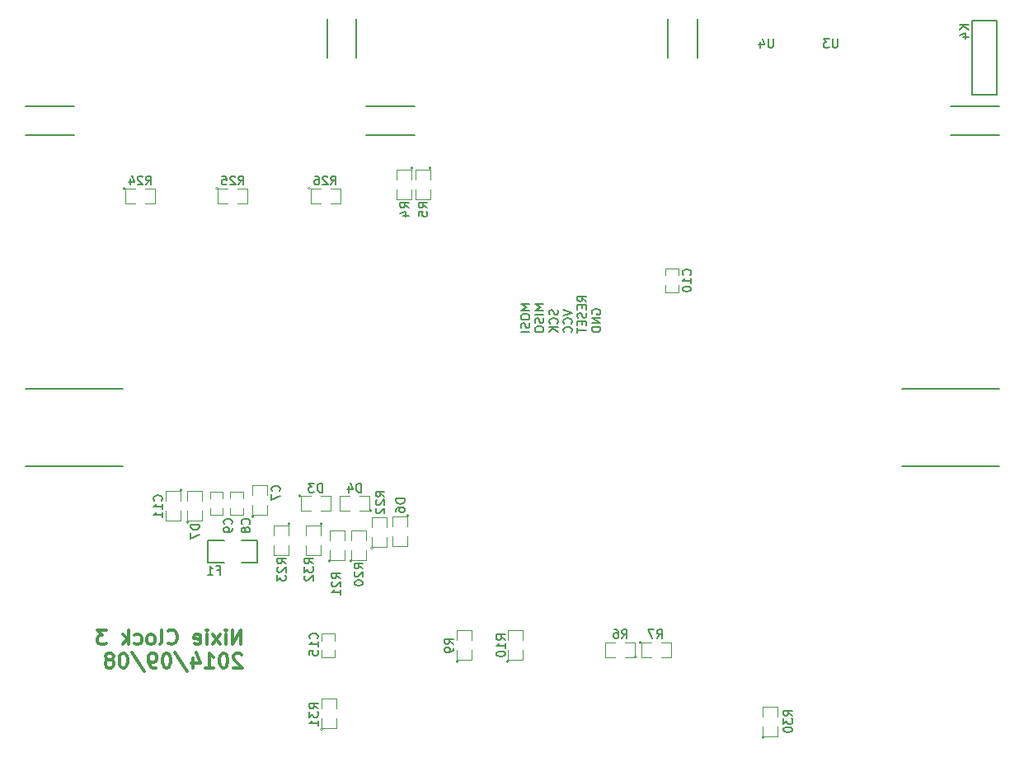
<source format=gbo>
G04 (created by PCBNEW (2013-07-07 BZR 4022)-stable) date 2014/09/09 2:27:30*
%MOIN*%
G04 Gerber Fmt 3.4, Leading zero omitted, Abs format*
%FSLAX34Y34*%
G01*
G70*
G90*
G04 APERTURE LIST*
%ADD10C,0.00590551*%
%ADD11C,0.011811*%
%ADD12C,0.00787402*%
%ADD13C,0.005*%
%ADD14C,0.0039*%
%ADD15C,0.0047*%
G04 APERTURE END LIST*
G54D10*
G54D11*
X8717Y10115D02*
X8717Y10705D01*
X8380Y10115D01*
X8380Y10705D01*
X8098Y10115D02*
X8098Y10508D01*
X8098Y10705D02*
X8127Y10677D01*
X8098Y10649D01*
X8070Y10677D01*
X8098Y10705D01*
X8098Y10649D01*
X7874Y10115D02*
X7564Y10508D01*
X7874Y10508D02*
X7564Y10115D01*
X7339Y10115D02*
X7339Y10508D01*
X7339Y10705D02*
X7367Y10677D01*
X7339Y10649D01*
X7311Y10677D01*
X7339Y10705D01*
X7339Y10649D01*
X6833Y10143D02*
X6889Y10115D01*
X7002Y10115D01*
X7058Y10143D01*
X7086Y10199D01*
X7086Y10424D01*
X7058Y10480D01*
X7002Y10508D01*
X6889Y10508D01*
X6833Y10480D01*
X6805Y10424D01*
X6805Y10368D01*
X7086Y10312D01*
X5764Y10171D02*
X5793Y10143D01*
X5877Y10115D01*
X5933Y10115D01*
X6017Y10143D01*
X6074Y10199D01*
X6102Y10255D01*
X6130Y10368D01*
X6130Y10452D01*
X6102Y10565D01*
X6074Y10621D01*
X6017Y10677D01*
X5933Y10705D01*
X5877Y10705D01*
X5793Y10677D01*
X5764Y10649D01*
X5427Y10115D02*
X5483Y10143D01*
X5511Y10199D01*
X5511Y10705D01*
X5118Y10115D02*
X5174Y10143D01*
X5202Y10171D01*
X5230Y10227D01*
X5230Y10396D01*
X5202Y10452D01*
X5174Y10480D01*
X5118Y10508D01*
X5033Y10508D01*
X4977Y10480D01*
X4949Y10452D01*
X4921Y10396D01*
X4921Y10227D01*
X4949Y10171D01*
X4977Y10143D01*
X5033Y10115D01*
X5118Y10115D01*
X4415Y10143D02*
X4471Y10115D01*
X4583Y10115D01*
X4640Y10143D01*
X4668Y10171D01*
X4696Y10227D01*
X4696Y10396D01*
X4668Y10452D01*
X4640Y10480D01*
X4583Y10508D01*
X4471Y10508D01*
X4415Y10480D01*
X4161Y10115D02*
X4161Y10705D01*
X4105Y10340D02*
X3937Y10115D01*
X3937Y10508D02*
X4161Y10284D01*
X3290Y10705D02*
X2924Y10705D01*
X3121Y10480D01*
X3037Y10480D01*
X2980Y10452D01*
X2952Y10424D01*
X2924Y10368D01*
X2924Y10227D01*
X2952Y10171D01*
X2980Y10143D01*
X3037Y10115D01*
X3205Y10115D01*
X3262Y10143D01*
X3290Y10171D01*
X8745Y9704D02*
X8717Y9732D01*
X8661Y9760D01*
X8520Y9760D01*
X8464Y9732D01*
X8436Y9704D01*
X8408Y9648D01*
X8408Y9592D01*
X8436Y9507D01*
X8773Y9170D01*
X8408Y9170D01*
X8042Y9760D02*
X7986Y9760D01*
X7930Y9732D01*
X7902Y9704D01*
X7874Y9648D01*
X7845Y9535D01*
X7845Y9395D01*
X7874Y9282D01*
X7902Y9226D01*
X7930Y9198D01*
X7986Y9170D01*
X8042Y9170D01*
X8098Y9198D01*
X8127Y9226D01*
X8155Y9282D01*
X8183Y9395D01*
X8183Y9535D01*
X8155Y9648D01*
X8127Y9704D01*
X8098Y9732D01*
X8042Y9760D01*
X7283Y9170D02*
X7620Y9170D01*
X7452Y9170D02*
X7452Y9760D01*
X7508Y9676D01*
X7564Y9620D01*
X7620Y9592D01*
X6777Y9564D02*
X6777Y9170D01*
X6917Y9789D02*
X7058Y9367D01*
X6692Y9367D01*
X6046Y9789D02*
X6552Y9029D01*
X5736Y9760D02*
X5680Y9760D01*
X5624Y9732D01*
X5596Y9704D01*
X5568Y9648D01*
X5539Y9535D01*
X5539Y9395D01*
X5568Y9282D01*
X5596Y9226D01*
X5624Y9198D01*
X5680Y9170D01*
X5736Y9170D01*
X5793Y9198D01*
X5821Y9226D01*
X5849Y9282D01*
X5877Y9395D01*
X5877Y9535D01*
X5849Y9648D01*
X5821Y9704D01*
X5793Y9732D01*
X5736Y9760D01*
X5258Y9170D02*
X5146Y9170D01*
X5089Y9198D01*
X5061Y9226D01*
X5005Y9311D01*
X4977Y9423D01*
X4977Y9648D01*
X5005Y9704D01*
X5033Y9732D01*
X5089Y9760D01*
X5202Y9760D01*
X5258Y9732D01*
X5286Y9704D01*
X5314Y9648D01*
X5314Y9507D01*
X5286Y9451D01*
X5258Y9423D01*
X5202Y9395D01*
X5089Y9395D01*
X5033Y9423D01*
X5005Y9451D01*
X4977Y9507D01*
X4302Y9789D02*
X4808Y9029D01*
X3993Y9760D02*
X3937Y9760D01*
X3880Y9732D01*
X3852Y9704D01*
X3824Y9648D01*
X3796Y9535D01*
X3796Y9395D01*
X3824Y9282D01*
X3852Y9226D01*
X3880Y9198D01*
X3937Y9170D01*
X3993Y9170D01*
X4049Y9198D01*
X4077Y9226D01*
X4105Y9282D01*
X4133Y9395D01*
X4133Y9535D01*
X4105Y9648D01*
X4077Y9704D01*
X4049Y9732D01*
X3993Y9760D01*
X3458Y9507D02*
X3515Y9535D01*
X3543Y9564D01*
X3571Y9620D01*
X3571Y9648D01*
X3543Y9704D01*
X3515Y9732D01*
X3458Y9760D01*
X3346Y9760D01*
X3290Y9732D01*
X3262Y9704D01*
X3233Y9648D01*
X3233Y9620D01*
X3262Y9564D01*
X3290Y9535D01*
X3346Y9507D01*
X3458Y9507D01*
X3515Y9479D01*
X3543Y9451D01*
X3571Y9395D01*
X3571Y9282D01*
X3543Y9226D01*
X3515Y9198D01*
X3458Y9170D01*
X3346Y9170D01*
X3290Y9198D01*
X3262Y9226D01*
X3233Y9282D01*
X3233Y9395D01*
X3262Y9451D01*
X3290Y9479D01*
X3346Y9507D01*
G54D12*
X1968Y30708D02*
X0Y30708D01*
X13385Y35433D02*
X13385Y33858D01*
X15748Y30708D02*
X13779Y30708D01*
X13779Y31889D02*
X15748Y31889D01*
X25984Y35433D02*
X25984Y33858D01*
X0Y31889D02*
X1968Y31889D01*
X12204Y35433D02*
X12204Y33858D01*
X12204Y35433D02*
X12204Y33858D01*
X27165Y35433D02*
X27165Y33858D01*
X39370Y31889D02*
X37401Y31889D01*
X37401Y30708D02*
X39370Y30708D01*
X0Y31889D02*
X1968Y31889D01*
X3937Y20472D02*
X0Y20472D01*
X0Y17322D02*
X3937Y17322D01*
X39370Y17322D02*
X35433Y17322D01*
X35433Y20472D02*
X39370Y20472D01*
X20379Y23875D02*
X20025Y23875D01*
X20278Y23757D01*
X20025Y23638D01*
X20379Y23638D01*
X20025Y23402D02*
X20025Y23335D01*
X20042Y23301D01*
X20075Y23267D01*
X20143Y23250D01*
X20261Y23250D01*
X20329Y23267D01*
X20362Y23301D01*
X20379Y23335D01*
X20379Y23402D01*
X20362Y23436D01*
X20329Y23470D01*
X20261Y23487D01*
X20143Y23487D01*
X20075Y23470D01*
X20042Y23436D01*
X20025Y23402D01*
X20362Y23115D02*
X20379Y23065D01*
X20379Y22980D01*
X20362Y22947D01*
X20345Y22930D01*
X20312Y22913D01*
X20278Y22913D01*
X20244Y22930D01*
X20227Y22947D01*
X20210Y22980D01*
X20194Y23048D01*
X20177Y23082D01*
X20160Y23098D01*
X20126Y23115D01*
X20092Y23115D01*
X20059Y23098D01*
X20042Y23082D01*
X20025Y23048D01*
X20025Y22964D01*
X20042Y22913D01*
X20379Y22761D02*
X20025Y22761D01*
X20954Y23875D02*
X20600Y23875D01*
X20853Y23757D01*
X20600Y23638D01*
X20954Y23638D01*
X20954Y23470D02*
X20600Y23470D01*
X20937Y23318D02*
X20954Y23267D01*
X20954Y23183D01*
X20937Y23149D01*
X20920Y23132D01*
X20886Y23115D01*
X20853Y23115D01*
X20819Y23132D01*
X20802Y23149D01*
X20785Y23183D01*
X20768Y23250D01*
X20751Y23284D01*
X20735Y23301D01*
X20701Y23318D01*
X20667Y23318D01*
X20633Y23301D01*
X20616Y23284D01*
X20600Y23250D01*
X20600Y23166D01*
X20616Y23115D01*
X20600Y22896D02*
X20600Y22829D01*
X20616Y22795D01*
X20650Y22761D01*
X20718Y22744D01*
X20836Y22744D01*
X20903Y22761D01*
X20937Y22795D01*
X20954Y22829D01*
X20954Y22896D01*
X20937Y22930D01*
X20903Y22964D01*
X20836Y22980D01*
X20718Y22980D01*
X20650Y22964D01*
X20616Y22930D01*
X20600Y22896D01*
X21512Y23655D02*
X21529Y23605D01*
X21529Y23520D01*
X21512Y23487D01*
X21495Y23470D01*
X21461Y23453D01*
X21428Y23453D01*
X21394Y23470D01*
X21377Y23487D01*
X21360Y23520D01*
X21343Y23588D01*
X21326Y23622D01*
X21309Y23638D01*
X21276Y23655D01*
X21242Y23655D01*
X21208Y23638D01*
X21191Y23622D01*
X21174Y23588D01*
X21174Y23503D01*
X21191Y23453D01*
X21495Y23098D02*
X21512Y23115D01*
X21529Y23166D01*
X21529Y23200D01*
X21512Y23250D01*
X21478Y23284D01*
X21444Y23301D01*
X21377Y23318D01*
X21326Y23318D01*
X21259Y23301D01*
X21225Y23284D01*
X21191Y23250D01*
X21174Y23200D01*
X21174Y23166D01*
X21191Y23115D01*
X21208Y23098D01*
X21529Y22947D02*
X21174Y22947D01*
X21529Y22744D02*
X21326Y22896D01*
X21174Y22744D02*
X21377Y22947D01*
X21749Y23655D02*
X22104Y23537D01*
X21749Y23419D01*
X22070Y23098D02*
X22087Y23115D01*
X22104Y23166D01*
X22104Y23200D01*
X22087Y23250D01*
X22053Y23284D01*
X22019Y23301D01*
X21952Y23318D01*
X21901Y23318D01*
X21834Y23301D01*
X21800Y23284D01*
X21766Y23250D01*
X21749Y23200D01*
X21749Y23166D01*
X21766Y23115D01*
X21783Y23098D01*
X22070Y22744D02*
X22087Y22761D01*
X22104Y22812D01*
X22104Y22845D01*
X22087Y22896D01*
X22053Y22930D01*
X22019Y22947D01*
X21952Y22964D01*
X21901Y22964D01*
X21834Y22947D01*
X21800Y22930D01*
X21766Y22896D01*
X21749Y22845D01*
X21749Y22812D01*
X21766Y22761D01*
X21783Y22744D01*
X22678Y23993D02*
X22510Y24111D01*
X22678Y24195D02*
X22324Y24195D01*
X22324Y24060D01*
X22341Y24026D01*
X22358Y24010D01*
X22392Y23993D01*
X22442Y23993D01*
X22476Y24010D01*
X22493Y24026D01*
X22510Y24060D01*
X22510Y24195D01*
X22493Y23841D02*
X22493Y23723D01*
X22678Y23672D02*
X22678Y23841D01*
X22324Y23841D01*
X22324Y23672D01*
X22661Y23537D02*
X22678Y23487D01*
X22678Y23402D01*
X22661Y23368D01*
X22645Y23352D01*
X22611Y23335D01*
X22577Y23335D01*
X22543Y23352D01*
X22526Y23368D01*
X22510Y23402D01*
X22493Y23470D01*
X22476Y23503D01*
X22459Y23520D01*
X22425Y23537D01*
X22392Y23537D01*
X22358Y23520D01*
X22341Y23503D01*
X22324Y23470D01*
X22324Y23385D01*
X22341Y23335D01*
X22493Y23183D02*
X22493Y23065D01*
X22678Y23014D02*
X22678Y23183D01*
X22324Y23183D01*
X22324Y23014D01*
X22324Y22913D02*
X22324Y22710D01*
X22678Y22812D02*
X22324Y22812D01*
X22916Y23487D02*
X22899Y23520D01*
X22899Y23571D01*
X22916Y23622D01*
X22949Y23655D01*
X22983Y23672D01*
X23051Y23689D01*
X23101Y23689D01*
X23169Y23672D01*
X23203Y23655D01*
X23236Y23622D01*
X23253Y23571D01*
X23253Y23537D01*
X23236Y23487D01*
X23219Y23470D01*
X23101Y23470D01*
X23101Y23537D01*
X23253Y23318D02*
X22899Y23318D01*
X23253Y23115D01*
X22899Y23115D01*
X23253Y22947D02*
X22899Y22947D01*
X22899Y22862D01*
X22916Y22812D01*
X22949Y22778D01*
X22983Y22761D01*
X23051Y22744D01*
X23101Y22744D01*
X23169Y22761D01*
X23203Y22778D01*
X23236Y22812D01*
X23253Y22862D01*
X23253Y22947D01*
G54D13*
X7385Y13408D02*
X7385Y14308D01*
X7385Y14308D02*
X8035Y14308D01*
X8735Y13408D02*
X9385Y13408D01*
X9385Y13408D02*
X9385Y14308D01*
X9385Y14308D02*
X8735Y14308D01*
X8035Y13408D02*
X7385Y13408D01*
G54D14*
X29868Y6357D02*
G75*
G03X29868Y6357I-50J0D01*
G74*
G01*
X29818Y6807D02*
X29818Y6407D01*
X29818Y6407D02*
X30418Y6407D01*
X30418Y6407D02*
X30418Y6807D01*
X30418Y7207D02*
X30418Y7607D01*
X30418Y7607D02*
X29818Y7607D01*
X29818Y7607D02*
X29818Y7207D01*
X14061Y14015D02*
G75*
G03X14061Y14015I-50J0D01*
G74*
G01*
X14011Y14465D02*
X14011Y14065D01*
X14011Y14065D02*
X14611Y14065D01*
X14611Y14065D02*
X14611Y14465D01*
X14611Y14865D02*
X14611Y15265D01*
X14611Y15265D02*
X14011Y15265D01*
X14011Y15265D02*
X14011Y14865D01*
X9238Y15294D02*
G75*
G03X9238Y15294I-50J0D01*
G74*
G01*
X9188Y15744D02*
X9188Y15344D01*
X9188Y15344D02*
X9788Y15344D01*
X9788Y15344D02*
X9788Y15744D01*
X9788Y16144D02*
X9788Y16544D01*
X9788Y16544D02*
X9188Y16544D01*
X9188Y16544D02*
X9188Y16144D01*
X6334Y16358D02*
G75*
G03X6334Y16358I-50J0D01*
G74*
G01*
X6284Y15908D02*
X6284Y16308D01*
X6284Y16308D02*
X5684Y16308D01*
X5684Y16308D02*
X5684Y15908D01*
X5684Y15508D02*
X5684Y15108D01*
X5684Y15108D02*
X6284Y15108D01*
X6284Y15108D02*
X6284Y15508D01*
X13214Y13483D02*
G75*
G03X13214Y13483I-50J0D01*
G74*
G01*
X13164Y13933D02*
X13164Y13533D01*
X13164Y13533D02*
X13764Y13533D01*
X13764Y13533D02*
X13764Y13933D01*
X13764Y14333D02*
X13764Y14733D01*
X13764Y14733D02*
X13164Y14733D01*
X13164Y14733D02*
X13164Y14333D01*
X12348Y13483D02*
G75*
G03X12348Y13483I-50J0D01*
G74*
G01*
X12298Y13933D02*
X12298Y13533D01*
X12298Y13533D02*
X12898Y13533D01*
X12898Y13533D02*
X12898Y13933D01*
X12898Y14333D02*
X12898Y14733D01*
X12898Y14733D02*
X12298Y14733D01*
X12298Y14733D02*
X12298Y14333D01*
X10704Y14980D02*
G75*
G03X10704Y14980I-50J0D01*
G74*
G01*
X10654Y14530D02*
X10654Y14930D01*
X10654Y14930D02*
X10054Y14930D01*
X10054Y14930D02*
X10054Y14530D01*
X10054Y14130D02*
X10054Y13730D01*
X10054Y13730D02*
X10654Y13730D01*
X10654Y13730D02*
X10654Y14130D01*
X14007Y15526D02*
G75*
G03X14007Y15526I-50J0D01*
G74*
G01*
X13507Y15526D02*
X13907Y15526D01*
X13907Y15526D02*
X13907Y16126D01*
X13907Y16126D02*
X13507Y16126D01*
X13107Y16126D02*
X12707Y16126D01*
X12707Y16126D02*
X12707Y15526D01*
X12707Y15526D02*
X13107Y15526D01*
X12033Y6672D02*
G75*
G03X12033Y6672I-50J0D01*
G74*
G01*
X11983Y7122D02*
X11983Y6722D01*
X11983Y6722D02*
X12583Y6722D01*
X12583Y6722D02*
X12583Y7122D01*
X12583Y7522D02*
X12583Y7922D01*
X12583Y7922D02*
X11983Y7922D01*
X11983Y7922D02*
X11983Y7522D01*
X15674Y29390D02*
G75*
G03X15674Y29390I-50J0D01*
G74*
G01*
X15624Y28940D02*
X15624Y29340D01*
X15624Y29340D02*
X15024Y29340D01*
X15024Y29340D02*
X15024Y28940D01*
X15024Y28540D02*
X15024Y28140D01*
X15024Y28140D02*
X15624Y28140D01*
X15624Y28140D02*
X15624Y28540D01*
X16422Y29390D02*
G75*
G03X16422Y29390I-50J0D01*
G74*
G01*
X16372Y28940D02*
X16372Y29340D01*
X16372Y29340D02*
X15772Y29340D01*
X15772Y29340D02*
X15772Y28940D01*
X15772Y28540D02*
X15772Y28140D01*
X15772Y28140D02*
X16372Y28140D01*
X16372Y28140D02*
X16372Y28540D01*
X24901Y10201D02*
G75*
G03X24901Y10201I-50J0D01*
G74*
G01*
X25301Y10201D02*
X24901Y10201D01*
X24901Y10201D02*
X24901Y9601D01*
X24901Y9601D02*
X25301Y9601D01*
X25701Y9601D02*
X26101Y9601D01*
X26101Y9601D02*
X26101Y10201D01*
X26101Y10201D02*
X25701Y10201D01*
X4045Y28567D02*
G75*
G03X4045Y28567I-50J0D01*
G74*
G01*
X4445Y28567D02*
X4045Y28567D01*
X4045Y28567D02*
X4045Y27967D01*
X4045Y27967D02*
X4445Y27967D01*
X4845Y27967D02*
X5245Y27967D01*
X5245Y27967D02*
X5245Y28567D01*
X5245Y28567D02*
X4845Y28567D01*
X17504Y9427D02*
G75*
G03X17504Y9427I-50J0D01*
G74*
G01*
X17454Y9877D02*
X17454Y9477D01*
X17454Y9477D02*
X18054Y9477D01*
X18054Y9477D02*
X18054Y9877D01*
X18054Y10277D02*
X18054Y10677D01*
X18054Y10677D02*
X17454Y10677D01*
X17454Y10677D02*
X17454Y10277D01*
X19551Y9427D02*
G75*
G03X19551Y9427I-50J0D01*
G74*
G01*
X19501Y9877D02*
X19501Y9477D01*
X19501Y9477D02*
X20101Y9477D01*
X20101Y9477D02*
X20101Y9877D01*
X20101Y10277D02*
X20101Y10677D01*
X20101Y10677D02*
X19501Y10677D01*
X19501Y10677D02*
X19501Y10277D01*
X7785Y28567D02*
G75*
G03X7785Y28567I-50J0D01*
G74*
G01*
X8185Y28567D02*
X7785Y28567D01*
X7785Y28567D02*
X7785Y27967D01*
X7785Y27967D02*
X8185Y27967D01*
X8585Y27967D02*
X8985Y27967D01*
X8985Y27967D02*
X8985Y28567D01*
X8985Y28567D02*
X8585Y28567D01*
X11525Y28567D02*
G75*
G03X11525Y28567I-50J0D01*
G74*
G01*
X11925Y28567D02*
X11525Y28567D01*
X11525Y28567D02*
X11525Y27967D01*
X11525Y27967D02*
X11925Y27967D01*
X12325Y27967D02*
X12725Y27967D01*
X12725Y27967D02*
X12725Y28567D01*
X12725Y28567D02*
X12325Y28567D01*
X24725Y9601D02*
G75*
G03X24725Y9601I-50J0D01*
G74*
G01*
X24225Y9601D02*
X24625Y9601D01*
X24625Y9601D02*
X24625Y10201D01*
X24625Y10201D02*
X24225Y10201D01*
X23825Y10201D02*
X23425Y10201D01*
X23425Y10201D02*
X23425Y9601D01*
X23425Y9601D02*
X23825Y9601D01*
X11132Y16126D02*
G75*
G03X11132Y16126I-50J0D01*
G74*
G01*
X11532Y16126D02*
X11132Y16126D01*
X11132Y16126D02*
X11132Y15526D01*
X11132Y15526D02*
X11532Y15526D01*
X11932Y15526D02*
X12332Y15526D01*
X12332Y15526D02*
X12332Y16126D01*
X12332Y16126D02*
X11932Y16126D01*
G54D15*
X8287Y16023D02*
X8287Y16298D01*
X8287Y15629D02*
X8287Y15354D01*
X8799Y16023D02*
X8799Y16298D01*
X8799Y15354D02*
X8799Y15629D01*
X8793Y16298D02*
X8293Y16298D01*
X8293Y15354D02*
X8793Y15354D01*
X7460Y16023D02*
X7460Y16298D01*
X7460Y15629D02*
X7460Y15354D01*
X7972Y16023D02*
X7972Y16298D01*
X7972Y15354D02*
X7972Y15629D01*
X7966Y16298D02*
X7466Y16298D01*
X7466Y15354D02*
X7966Y15354D01*
X12498Y9880D02*
X12498Y9605D01*
X12498Y10274D02*
X12498Y10549D01*
X11986Y9880D02*
X11986Y9605D01*
X11986Y10549D02*
X11986Y10274D01*
X11992Y9605D02*
X12492Y9605D01*
X12492Y10549D02*
X11992Y10549D01*
X25888Y25042D02*
X25888Y25317D01*
X25888Y24648D02*
X25888Y24373D01*
X26400Y25042D02*
X26400Y25317D01*
X26400Y24373D02*
X26400Y24648D01*
X26394Y25317D02*
X25894Y25317D01*
X25894Y24373D02*
X26394Y24373D01*
G54D10*
X38279Y35358D02*
X38279Y32358D01*
X38279Y32358D02*
X39279Y32358D01*
X39279Y32358D02*
X39279Y35358D01*
X39279Y35358D02*
X38279Y35358D01*
G54D14*
X15507Y15335D02*
G75*
G03X15507Y15335I-50J0D01*
G74*
G01*
X15457Y14885D02*
X15457Y15285D01*
X15457Y15285D02*
X14857Y15285D01*
X14857Y15285D02*
X14857Y14885D01*
X14857Y14485D02*
X14857Y14085D01*
X14857Y14085D02*
X15457Y14085D01*
X15457Y14085D02*
X15457Y14485D01*
X6600Y15058D02*
G75*
G03X6600Y15058I-50J0D01*
G74*
G01*
X6550Y15508D02*
X6550Y15108D01*
X6550Y15108D02*
X7150Y15108D01*
X7150Y15108D02*
X7150Y15508D01*
X7150Y15908D02*
X7150Y16308D01*
X7150Y16308D02*
X6550Y16308D01*
X6550Y16308D02*
X6550Y15908D01*
X12003Y14980D02*
G75*
G03X12003Y14980I-50J0D01*
G74*
G01*
X11953Y14530D02*
X11953Y14930D01*
X11953Y14930D02*
X11353Y14930D01*
X11353Y14930D02*
X11353Y14530D01*
X11353Y14130D02*
X11353Y13730D01*
X11353Y13730D02*
X11953Y13730D01*
X11953Y13730D02*
X11953Y14130D01*
G54D12*
X7755Y13113D02*
X7874Y13113D01*
X7874Y12927D02*
X7874Y13281D01*
X7705Y13281D01*
X7384Y12927D02*
X7587Y12927D01*
X7485Y12927D02*
X7485Y13281D01*
X7519Y13231D01*
X7553Y13197D01*
X7587Y13180D01*
X31009Y7235D02*
X30840Y7353D01*
X31009Y7438D02*
X30655Y7438D01*
X30655Y7303D01*
X30672Y7269D01*
X30688Y7252D01*
X30722Y7235D01*
X30773Y7235D01*
X30807Y7252D01*
X30823Y7269D01*
X30840Y7303D01*
X30840Y7438D01*
X30655Y7117D02*
X30655Y6898D01*
X30790Y7016D01*
X30790Y6965D01*
X30807Y6931D01*
X30823Y6915D01*
X30857Y6898D01*
X30942Y6898D01*
X30975Y6915D01*
X30992Y6931D01*
X31009Y6965D01*
X31009Y7066D01*
X30992Y7100D01*
X30975Y7117D01*
X30655Y6678D02*
X30655Y6645D01*
X30672Y6611D01*
X30688Y6594D01*
X30722Y6577D01*
X30790Y6560D01*
X30874Y6560D01*
X30942Y6577D01*
X30975Y6594D01*
X30992Y6611D01*
X31009Y6645D01*
X31009Y6678D01*
X30992Y6712D01*
X30975Y6729D01*
X30942Y6746D01*
X30874Y6763D01*
X30790Y6763D01*
X30722Y6746D01*
X30688Y6729D01*
X30672Y6712D01*
X30655Y6678D01*
X14513Y16093D02*
X14344Y16212D01*
X14513Y16296D02*
X14159Y16296D01*
X14159Y16161D01*
X14176Y16127D01*
X14192Y16110D01*
X14226Y16093D01*
X14277Y16093D01*
X14311Y16110D01*
X14327Y16127D01*
X14344Y16161D01*
X14344Y16296D01*
X14192Y15958D02*
X14176Y15942D01*
X14159Y15908D01*
X14159Y15823D01*
X14176Y15790D01*
X14192Y15773D01*
X14226Y15756D01*
X14260Y15756D01*
X14311Y15773D01*
X14513Y15975D01*
X14513Y15756D01*
X14192Y15621D02*
X14176Y15604D01*
X14159Y15570D01*
X14159Y15486D01*
X14176Y15452D01*
X14192Y15435D01*
X14226Y15419D01*
X14260Y15419D01*
X14311Y15435D01*
X14513Y15638D01*
X14513Y15419D01*
X10267Y16318D02*
X10284Y16335D01*
X10300Y16386D01*
X10300Y16420D01*
X10284Y16470D01*
X10250Y16504D01*
X10216Y16521D01*
X10149Y16538D01*
X10098Y16538D01*
X10030Y16521D01*
X9997Y16504D01*
X9963Y16470D01*
X9946Y16420D01*
X9946Y16386D01*
X9963Y16335D01*
X9980Y16318D01*
X9946Y16200D02*
X9946Y15964D01*
X10300Y16116D01*
X5503Y15936D02*
X5520Y15953D01*
X5537Y16003D01*
X5537Y16037D01*
X5520Y16088D01*
X5486Y16122D01*
X5452Y16138D01*
X5385Y16155D01*
X5334Y16155D01*
X5267Y16138D01*
X5233Y16122D01*
X5199Y16088D01*
X5182Y16037D01*
X5182Y16003D01*
X5199Y15953D01*
X5216Y15936D01*
X5537Y15598D02*
X5537Y15801D01*
X5537Y15700D02*
X5182Y15700D01*
X5233Y15733D01*
X5267Y15767D01*
X5284Y15801D01*
X5537Y15261D02*
X5537Y15464D01*
X5537Y15362D02*
X5182Y15362D01*
X5233Y15396D01*
X5267Y15430D01*
X5284Y15464D01*
X13647Y13180D02*
X13478Y13298D01*
X13647Y13383D02*
X13293Y13383D01*
X13293Y13248D01*
X13309Y13214D01*
X13326Y13197D01*
X13360Y13180D01*
X13411Y13180D01*
X13444Y13197D01*
X13461Y13214D01*
X13478Y13248D01*
X13478Y13383D01*
X13326Y13045D02*
X13309Y13028D01*
X13293Y12994D01*
X13293Y12910D01*
X13309Y12876D01*
X13326Y12859D01*
X13360Y12843D01*
X13394Y12843D01*
X13444Y12859D01*
X13647Y13062D01*
X13647Y12843D01*
X13293Y12623D02*
X13293Y12589D01*
X13309Y12556D01*
X13326Y12539D01*
X13360Y12522D01*
X13428Y12505D01*
X13512Y12505D01*
X13579Y12522D01*
X13613Y12539D01*
X13630Y12556D01*
X13647Y12589D01*
X13647Y12623D01*
X13630Y12657D01*
X13613Y12674D01*
X13579Y12691D01*
X13512Y12708D01*
X13428Y12708D01*
X13360Y12691D01*
X13326Y12674D01*
X13309Y12657D01*
X13293Y12623D01*
X12741Y12786D02*
X12573Y12904D01*
X12741Y12989D02*
X12387Y12989D01*
X12387Y12854D01*
X12404Y12820D01*
X12421Y12803D01*
X12455Y12786D01*
X12505Y12786D01*
X12539Y12803D01*
X12556Y12820D01*
X12573Y12854D01*
X12573Y12989D01*
X12421Y12651D02*
X12404Y12634D01*
X12387Y12601D01*
X12387Y12516D01*
X12404Y12483D01*
X12421Y12466D01*
X12455Y12449D01*
X12488Y12449D01*
X12539Y12466D01*
X12741Y12668D01*
X12741Y12449D01*
X12741Y12111D02*
X12741Y12314D01*
X12741Y12213D02*
X12387Y12213D01*
X12438Y12246D01*
X12471Y12280D01*
X12488Y12314D01*
X10537Y13377D02*
X10368Y13495D01*
X10537Y13579D02*
X10182Y13579D01*
X10182Y13444D01*
X10199Y13411D01*
X10216Y13394D01*
X10250Y13377D01*
X10300Y13377D01*
X10334Y13394D01*
X10351Y13411D01*
X10368Y13444D01*
X10368Y13579D01*
X10216Y13242D02*
X10199Y13225D01*
X10182Y13191D01*
X10182Y13107D01*
X10199Y13073D01*
X10216Y13056D01*
X10250Y13039D01*
X10284Y13039D01*
X10334Y13056D01*
X10537Y13259D01*
X10537Y13039D01*
X10182Y12921D02*
X10182Y12702D01*
X10317Y12820D01*
X10317Y12769D01*
X10334Y12736D01*
X10351Y12719D01*
X10385Y12702D01*
X10469Y12702D01*
X10503Y12719D01*
X10520Y12736D01*
X10537Y12769D01*
X10537Y12871D01*
X10520Y12904D01*
X10503Y12921D01*
X13568Y16273D02*
X13568Y16628D01*
X13484Y16628D01*
X13433Y16611D01*
X13399Y16577D01*
X13383Y16543D01*
X13366Y16476D01*
X13366Y16425D01*
X13383Y16358D01*
X13399Y16324D01*
X13433Y16290D01*
X13484Y16273D01*
X13568Y16273D01*
X13062Y16510D02*
X13062Y16273D01*
X13146Y16645D02*
X13231Y16392D01*
X13011Y16392D01*
X11836Y7511D02*
X11667Y7629D01*
X11836Y7713D02*
X11482Y7713D01*
X11482Y7578D01*
X11498Y7544D01*
X11515Y7528D01*
X11549Y7511D01*
X11600Y7511D01*
X11633Y7528D01*
X11650Y7544D01*
X11667Y7578D01*
X11667Y7713D01*
X11482Y7393D02*
X11482Y7173D01*
X11616Y7291D01*
X11616Y7241D01*
X11633Y7207D01*
X11650Y7190D01*
X11684Y7173D01*
X11768Y7173D01*
X11802Y7190D01*
X11819Y7207D01*
X11836Y7241D01*
X11836Y7342D01*
X11819Y7376D01*
X11802Y7393D01*
X11836Y6836D02*
X11836Y7038D01*
X11836Y6937D02*
X11482Y6937D01*
X11532Y6971D01*
X11566Y7005D01*
X11583Y7038D01*
X15497Y27775D02*
X15329Y27893D01*
X15497Y27978D02*
X15143Y27978D01*
X15143Y27843D01*
X15160Y27809D01*
X15177Y27792D01*
X15210Y27775D01*
X15261Y27775D01*
X15295Y27792D01*
X15312Y27809D01*
X15329Y27843D01*
X15329Y27978D01*
X15261Y27471D02*
X15497Y27471D01*
X15126Y27556D02*
X15379Y27640D01*
X15379Y27421D01*
X16245Y27775D02*
X16077Y27893D01*
X16245Y27978D02*
X15891Y27978D01*
X15891Y27843D01*
X15908Y27809D01*
X15925Y27792D01*
X15958Y27775D01*
X16009Y27775D01*
X16043Y27792D01*
X16060Y27809D01*
X16077Y27843D01*
X16077Y27978D01*
X15891Y27455D02*
X15891Y27623D01*
X16060Y27640D01*
X16043Y27623D01*
X16026Y27589D01*
X16026Y27505D01*
X16043Y27471D01*
X16060Y27455D01*
X16093Y27438D01*
X16178Y27438D01*
X16212Y27455D01*
X16228Y27471D01*
X16245Y27505D01*
X16245Y27589D01*
X16228Y27623D01*
X16212Y27640D01*
X25531Y10368D02*
X25649Y10537D01*
X25733Y10368D02*
X25733Y10722D01*
X25598Y10722D01*
X25565Y10705D01*
X25548Y10688D01*
X25531Y10655D01*
X25531Y10604D01*
X25548Y10570D01*
X25565Y10553D01*
X25598Y10537D01*
X25733Y10537D01*
X25413Y10722D02*
X25177Y10722D01*
X25329Y10368D01*
X4873Y28714D02*
X4991Y28883D01*
X5075Y28714D02*
X5075Y29069D01*
X4940Y29069D01*
X4907Y29052D01*
X4890Y29035D01*
X4873Y29001D01*
X4873Y28951D01*
X4890Y28917D01*
X4907Y28900D01*
X4940Y28883D01*
X5075Y28883D01*
X4738Y29035D02*
X4721Y29052D01*
X4687Y29069D01*
X4603Y29069D01*
X4569Y29052D01*
X4552Y29035D01*
X4535Y29001D01*
X4535Y28967D01*
X4552Y28917D01*
X4755Y28714D01*
X4535Y28714D01*
X4232Y28951D02*
X4232Y28714D01*
X4316Y29086D02*
X4401Y28832D01*
X4181Y28832D01*
X17308Y10137D02*
X17140Y10255D01*
X17308Y10340D02*
X16954Y10340D01*
X16954Y10205D01*
X16971Y10171D01*
X16988Y10154D01*
X17021Y10137D01*
X17072Y10137D01*
X17106Y10154D01*
X17123Y10171D01*
X17140Y10205D01*
X17140Y10340D01*
X17308Y9969D02*
X17308Y9901D01*
X17291Y9867D01*
X17275Y9850D01*
X17224Y9817D01*
X17156Y9800D01*
X17021Y9800D01*
X16988Y9817D01*
X16971Y9834D01*
X16954Y9867D01*
X16954Y9935D01*
X16971Y9969D01*
X16988Y9985D01*
X17021Y10002D01*
X17106Y10002D01*
X17140Y9985D01*
X17156Y9969D01*
X17173Y9935D01*
X17173Y9867D01*
X17156Y9834D01*
X17140Y9817D01*
X17106Y9800D01*
X19395Y10306D02*
X19226Y10424D01*
X19395Y10508D02*
X19041Y10508D01*
X19041Y10374D01*
X19057Y10340D01*
X19074Y10323D01*
X19108Y10306D01*
X19159Y10306D01*
X19192Y10323D01*
X19209Y10340D01*
X19226Y10374D01*
X19226Y10508D01*
X19395Y9969D02*
X19395Y10171D01*
X19395Y10070D02*
X19041Y10070D01*
X19091Y10104D01*
X19125Y10137D01*
X19142Y10171D01*
X19041Y9749D02*
X19041Y9715D01*
X19057Y9682D01*
X19074Y9665D01*
X19108Y9648D01*
X19176Y9631D01*
X19260Y9631D01*
X19327Y9648D01*
X19361Y9665D01*
X19378Y9682D01*
X19395Y9715D01*
X19395Y9749D01*
X19378Y9783D01*
X19361Y9800D01*
X19327Y9817D01*
X19260Y9834D01*
X19176Y9834D01*
X19108Y9817D01*
X19074Y9800D01*
X19057Y9783D01*
X19041Y9749D01*
X8613Y28714D02*
X8731Y28883D01*
X8816Y28714D02*
X8816Y29069D01*
X8681Y29069D01*
X8647Y29052D01*
X8630Y29035D01*
X8613Y29001D01*
X8613Y28951D01*
X8630Y28917D01*
X8647Y28900D01*
X8681Y28883D01*
X8816Y28883D01*
X8478Y29035D02*
X8461Y29052D01*
X8428Y29069D01*
X8343Y29069D01*
X8309Y29052D01*
X8293Y29035D01*
X8276Y29001D01*
X8276Y28967D01*
X8293Y28917D01*
X8495Y28714D01*
X8276Y28714D01*
X7955Y29069D02*
X8124Y29069D01*
X8141Y28900D01*
X8124Y28917D01*
X8090Y28934D01*
X8006Y28934D01*
X7972Y28917D01*
X7955Y28900D01*
X7938Y28866D01*
X7938Y28782D01*
X7955Y28748D01*
X7972Y28731D01*
X8006Y28714D01*
X8090Y28714D01*
X8124Y28731D01*
X8141Y28748D01*
X12353Y28714D02*
X12471Y28883D01*
X12556Y28714D02*
X12556Y29069D01*
X12421Y29069D01*
X12387Y29052D01*
X12370Y29035D01*
X12353Y29001D01*
X12353Y28951D01*
X12370Y28917D01*
X12387Y28900D01*
X12421Y28883D01*
X12556Y28883D01*
X12218Y29035D02*
X12201Y29052D01*
X12168Y29069D01*
X12083Y29069D01*
X12050Y29052D01*
X12033Y29035D01*
X12016Y29001D01*
X12016Y28967D01*
X12033Y28917D01*
X12235Y28714D01*
X12016Y28714D01*
X11712Y29069D02*
X11780Y29069D01*
X11813Y29052D01*
X11830Y29035D01*
X11864Y28984D01*
X11881Y28917D01*
X11881Y28782D01*
X11864Y28748D01*
X11847Y28731D01*
X11813Y28714D01*
X11746Y28714D01*
X11712Y28731D01*
X11695Y28748D01*
X11678Y28782D01*
X11678Y28866D01*
X11695Y28900D01*
X11712Y28917D01*
X11746Y28934D01*
X11813Y28934D01*
X11847Y28917D01*
X11864Y28900D01*
X11881Y28866D01*
X24114Y10368D02*
X24232Y10537D01*
X24316Y10368D02*
X24316Y10722D01*
X24181Y10722D01*
X24147Y10705D01*
X24131Y10688D01*
X24114Y10655D01*
X24114Y10604D01*
X24131Y10570D01*
X24147Y10553D01*
X24181Y10537D01*
X24316Y10537D01*
X23810Y10722D02*
X23877Y10722D01*
X23911Y10705D01*
X23928Y10688D01*
X23962Y10638D01*
X23979Y10570D01*
X23979Y10435D01*
X23962Y10402D01*
X23945Y10385D01*
X23911Y10368D01*
X23844Y10368D01*
X23810Y10385D01*
X23793Y10402D01*
X23776Y10435D01*
X23776Y10520D01*
X23793Y10553D01*
X23810Y10570D01*
X23844Y10587D01*
X23911Y10587D01*
X23945Y10570D01*
X23962Y10553D01*
X23979Y10520D01*
X11993Y16273D02*
X11993Y16628D01*
X11909Y16628D01*
X11858Y16611D01*
X11825Y16577D01*
X11808Y16543D01*
X11791Y16476D01*
X11791Y16425D01*
X11808Y16358D01*
X11825Y16324D01*
X11858Y16290D01*
X11909Y16273D01*
X11993Y16273D01*
X11673Y16628D02*
X11453Y16628D01*
X11571Y16493D01*
X11521Y16493D01*
X11487Y16476D01*
X11470Y16459D01*
X11453Y16425D01*
X11453Y16341D01*
X11470Y16307D01*
X11487Y16290D01*
X11521Y16273D01*
X11622Y16273D01*
X11656Y16290D01*
X11673Y16307D01*
X9046Y14980D02*
X9063Y14997D01*
X9080Y15047D01*
X9080Y15081D01*
X9063Y15132D01*
X9029Y15165D01*
X8996Y15182D01*
X8928Y15199D01*
X8877Y15199D01*
X8810Y15182D01*
X8776Y15165D01*
X8742Y15132D01*
X8726Y15081D01*
X8726Y15047D01*
X8742Y14997D01*
X8759Y14980D01*
X8877Y14777D02*
X8861Y14811D01*
X8844Y14828D01*
X8810Y14845D01*
X8793Y14845D01*
X8759Y14828D01*
X8742Y14811D01*
X8726Y14777D01*
X8726Y14710D01*
X8742Y14676D01*
X8759Y14659D01*
X8793Y14642D01*
X8810Y14642D01*
X8844Y14659D01*
X8861Y14676D01*
X8877Y14710D01*
X8877Y14777D01*
X8894Y14811D01*
X8911Y14828D01*
X8945Y14845D01*
X9012Y14845D01*
X9046Y14828D01*
X9063Y14811D01*
X9080Y14777D01*
X9080Y14710D01*
X9063Y14676D01*
X9046Y14659D01*
X9012Y14642D01*
X8945Y14642D01*
X8911Y14659D01*
X8894Y14676D01*
X8877Y14710D01*
X8338Y14980D02*
X8354Y14997D01*
X8371Y15047D01*
X8371Y15081D01*
X8354Y15132D01*
X8321Y15165D01*
X8287Y15182D01*
X8219Y15199D01*
X8169Y15199D01*
X8101Y15182D01*
X8068Y15165D01*
X8034Y15132D01*
X8017Y15081D01*
X8017Y15047D01*
X8034Y14997D01*
X8051Y14980D01*
X8371Y14811D02*
X8371Y14744D01*
X8354Y14710D01*
X8338Y14693D01*
X8287Y14659D01*
X8219Y14642D01*
X8084Y14642D01*
X8051Y14659D01*
X8034Y14676D01*
X8017Y14710D01*
X8017Y14777D01*
X8034Y14811D01*
X8051Y14828D01*
X8084Y14845D01*
X8169Y14845D01*
X8203Y14828D01*
X8219Y14811D01*
X8236Y14777D01*
X8236Y14710D01*
X8219Y14676D01*
X8203Y14659D01*
X8169Y14642D01*
X11802Y10345D02*
X11819Y10362D01*
X11836Y10413D01*
X11836Y10447D01*
X11819Y10497D01*
X11785Y10531D01*
X11751Y10548D01*
X11684Y10565D01*
X11633Y10565D01*
X11566Y10548D01*
X11532Y10531D01*
X11498Y10497D01*
X11482Y10447D01*
X11482Y10413D01*
X11498Y10362D01*
X11515Y10345D01*
X11836Y10008D02*
X11836Y10210D01*
X11836Y10109D02*
X11482Y10109D01*
X11532Y10143D01*
X11566Y10177D01*
X11583Y10210D01*
X11482Y9687D02*
X11482Y9856D01*
X11650Y9873D01*
X11633Y9856D01*
X11616Y9822D01*
X11616Y9738D01*
X11633Y9704D01*
X11650Y9687D01*
X11684Y9670D01*
X11768Y9670D01*
X11802Y9687D01*
X11819Y9704D01*
X11836Y9738D01*
X11836Y9822D01*
X11819Y9856D01*
X11802Y9873D01*
X26881Y25070D02*
X26898Y25087D01*
X26915Y25137D01*
X26915Y25171D01*
X26898Y25222D01*
X26864Y25255D01*
X26830Y25272D01*
X26763Y25289D01*
X26712Y25289D01*
X26645Y25272D01*
X26611Y25255D01*
X26577Y25222D01*
X26560Y25171D01*
X26560Y25137D01*
X26577Y25087D01*
X26594Y25070D01*
X26915Y24732D02*
X26915Y24935D01*
X26915Y24834D02*
X26560Y24834D01*
X26611Y24867D01*
X26645Y24901D01*
X26661Y24935D01*
X26560Y24513D02*
X26560Y24479D01*
X26577Y24446D01*
X26594Y24429D01*
X26628Y24412D01*
X26695Y24395D01*
X26780Y24395D01*
X26847Y24412D01*
X26881Y24429D01*
X26898Y24446D01*
X26915Y24479D01*
X26915Y24513D01*
X26898Y24547D01*
X26881Y24564D01*
X26847Y24580D01*
X26780Y24597D01*
X26695Y24597D01*
X26628Y24580D01*
X26594Y24564D01*
X26577Y24547D01*
X26560Y24513D01*
X32829Y34620D02*
X32829Y34333D01*
X32812Y34299D01*
X32795Y34282D01*
X32761Y34266D01*
X32694Y34266D01*
X32660Y34282D01*
X32643Y34299D01*
X32626Y34333D01*
X32626Y34620D01*
X32491Y34620D02*
X32272Y34620D01*
X32390Y34485D01*
X32339Y34485D01*
X32305Y34468D01*
X32289Y34451D01*
X32272Y34417D01*
X32272Y34333D01*
X32289Y34299D01*
X32305Y34282D01*
X32339Y34266D01*
X32440Y34266D01*
X32474Y34282D01*
X32491Y34299D01*
X30230Y34620D02*
X30230Y34333D01*
X30213Y34299D01*
X30196Y34282D01*
X30163Y34266D01*
X30095Y34266D01*
X30061Y34282D01*
X30044Y34299D01*
X30028Y34333D01*
X30028Y34620D01*
X29707Y34502D02*
X29707Y34266D01*
X29791Y34637D02*
X29876Y34384D01*
X29656Y34384D01*
X38135Y35182D02*
X37781Y35182D01*
X38135Y34980D02*
X37933Y35132D01*
X37781Y34980D02*
X37983Y35182D01*
X37899Y34676D02*
X38135Y34676D01*
X37764Y34760D02*
X38017Y34845D01*
X38017Y34625D01*
X15340Y16009D02*
X14985Y16009D01*
X14985Y15925D01*
X15002Y15874D01*
X15036Y15840D01*
X15070Y15823D01*
X15137Y15807D01*
X15188Y15807D01*
X15255Y15823D01*
X15289Y15840D01*
X15323Y15874D01*
X15340Y15925D01*
X15340Y16009D01*
X14985Y15503D02*
X14985Y15570D01*
X15002Y15604D01*
X15019Y15621D01*
X15070Y15655D01*
X15137Y15672D01*
X15272Y15672D01*
X15306Y15655D01*
X15323Y15638D01*
X15340Y15604D01*
X15340Y15537D01*
X15323Y15503D01*
X15306Y15486D01*
X15272Y15469D01*
X15188Y15469D01*
X15154Y15486D01*
X15137Y15503D01*
X15120Y15537D01*
X15120Y15604D01*
X15137Y15638D01*
X15154Y15655D01*
X15188Y15672D01*
X7033Y14946D02*
X6678Y14946D01*
X6678Y14862D01*
X6695Y14811D01*
X6729Y14777D01*
X6763Y14760D01*
X6830Y14744D01*
X6881Y14744D01*
X6948Y14760D01*
X6982Y14777D01*
X7016Y14811D01*
X7033Y14862D01*
X7033Y14946D01*
X6678Y14625D02*
X6678Y14389D01*
X7033Y14541D01*
X11639Y13377D02*
X11470Y13495D01*
X11639Y13579D02*
X11285Y13579D01*
X11285Y13444D01*
X11302Y13411D01*
X11318Y13394D01*
X11352Y13377D01*
X11403Y13377D01*
X11437Y13394D01*
X11453Y13411D01*
X11470Y13444D01*
X11470Y13579D01*
X11285Y13259D02*
X11285Y13039D01*
X11420Y13158D01*
X11420Y13107D01*
X11437Y13073D01*
X11453Y13056D01*
X11487Y13039D01*
X11571Y13039D01*
X11605Y13056D01*
X11622Y13073D01*
X11639Y13107D01*
X11639Y13208D01*
X11622Y13242D01*
X11605Y13259D01*
X11318Y12904D02*
X11302Y12888D01*
X11285Y12854D01*
X11285Y12769D01*
X11302Y12736D01*
X11318Y12719D01*
X11352Y12702D01*
X11386Y12702D01*
X11437Y12719D01*
X11639Y12921D01*
X11639Y12702D01*
M02*

</source>
